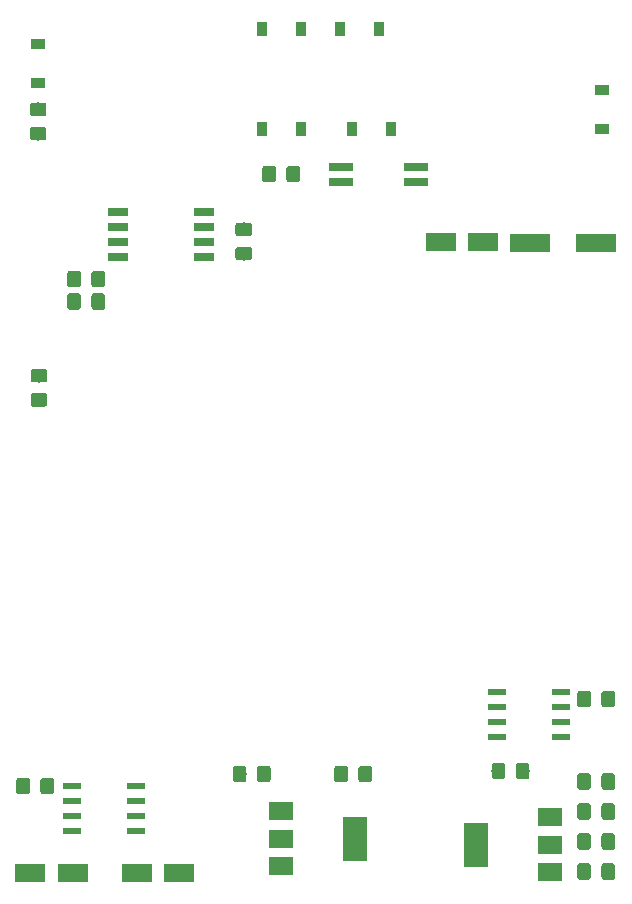
<source format=gbr>
G04 #@! TF.GenerationSoftware,KiCad,Pcbnew,(5.0.0-3-g5ebb6b6)*
G04 #@! TF.CreationDate,2018-12-28T22:49:47+00:00*
G04 #@! TF.ProjectId,Atomizer,41746F6D697A65722E6B696361645F70,rev?*
G04 #@! TF.SameCoordinates,Original*
G04 #@! TF.FileFunction,Paste,Top*
G04 #@! TF.FilePolarity,Positive*
%FSLAX46Y46*%
G04 Gerber Fmt 4.6, Leading zero omitted, Abs format (unit mm)*
G04 Created by KiCad (PCBNEW (5.0.0-3-g5ebb6b6)) date Friday, 28 December 2018 at 22:49:47*
%MOMM*%
%LPD*%
G01*
G04 APERTURE LIST*
%ADD10R,1.700000X0.650000*%
%ADD11R,2.000000X1.500000*%
%ADD12R,2.000000X3.800000*%
%ADD13C,0.100000*%
%ADD14C,1.150000*%
%ADD15R,1.550000X0.600000*%
%ADD16R,2.600000X1.600000*%
%ADD17R,2.000000X0.640000*%
%ADD18R,3.500000X1.600000*%
%ADD19R,0.900000X1.200000*%
%ADD20R,1.200000X0.900000*%
G04 APERTURE END LIST*
D10*
G04 #@! TO.C,U_CLK1*
X70960000Y-92075000D03*
X70960000Y-90805000D03*
X70960000Y-89535000D03*
X70960000Y-88265000D03*
X63660000Y-88265000D03*
X63660000Y-89535000D03*
X63660000Y-90805000D03*
X63660000Y-92075000D03*
G04 #@! TD*
D11*
G04 #@! TO.C,U_NREG1*
X100241500Y-144159000D03*
X100241500Y-139559000D03*
X100241500Y-141859000D03*
D12*
X93941500Y-141859000D03*
G04 #@! TD*
D13*
G04 #@! TO.C,C_BP1*
G36*
X62334505Y-95186204D02*
X62358773Y-95189804D01*
X62382572Y-95195765D01*
X62405671Y-95204030D01*
X62427850Y-95214520D01*
X62448893Y-95227132D01*
X62468599Y-95241747D01*
X62486777Y-95258223D01*
X62503253Y-95276401D01*
X62517868Y-95296107D01*
X62530480Y-95317150D01*
X62540970Y-95339329D01*
X62549235Y-95362428D01*
X62555196Y-95386227D01*
X62558796Y-95410495D01*
X62560000Y-95434999D01*
X62560000Y-96335001D01*
X62558796Y-96359505D01*
X62555196Y-96383773D01*
X62549235Y-96407572D01*
X62540970Y-96430671D01*
X62530480Y-96452850D01*
X62517868Y-96473893D01*
X62503253Y-96493599D01*
X62486777Y-96511777D01*
X62468599Y-96528253D01*
X62448893Y-96542868D01*
X62427850Y-96555480D01*
X62405671Y-96565970D01*
X62382572Y-96574235D01*
X62358773Y-96580196D01*
X62334505Y-96583796D01*
X62310001Y-96585000D01*
X61659999Y-96585000D01*
X61635495Y-96583796D01*
X61611227Y-96580196D01*
X61587428Y-96574235D01*
X61564329Y-96565970D01*
X61542150Y-96555480D01*
X61521107Y-96542868D01*
X61501401Y-96528253D01*
X61483223Y-96511777D01*
X61466747Y-96493599D01*
X61452132Y-96473893D01*
X61439520Y-96452850D01*
X61429030Y-96430671D01*
X61420765Y-96407572D01*
X61414804Y-96383773D01*
X61411204Y-96359505D01*
X61410000Y-96335001D01*
X61410000Y-95434999D01*
X61411204Y-95410495D01*
X61414804Y-95386227D01*
X61420765Y-95362428D01*
X61429030Y-95339329D01*
X61439520Y-95317150D01*
X61452132Y-95296107D01*
X61466747Y-95276401D01*
X61483223Y-95258223D01*
X61501401Y-95241747D01*
X61521107Y-95227132D01*
X61542150Y-95214520D01*
X61564329Y-95204030D01*
X61587428Y-95195765D01*
X61611227Y-95189804D01*
X61635495Y-95186204D01*
X61659999Y-95185000D01*
X62310001Y-95185000D01*
X62334505Y-95186204D01*
X62334505Y-95186204D01*
G37*
D14*
X61985000Y-95885000D03*
D13*
G36*
X60284505Y-95186204D02*
X60308773Y-95189804D01*
X60332572Y-95195765D01*
X60355671Y-95204030D01*
X60377850Y-95214520D01*
X60398893Y-95227132D01*
X60418599Y-95241747D01*
X60436777Y-95258223D01*
X60453253Y-95276401D01*
X60467868Y-95296107D01*
X60480480Y-95317150D01*
X60490970Y-95339329D01*
X60499235Y-95362428D01*
X60505196Y-95386227D01*
X60508796Y-95410495D01*
X60510000Y-95434999D01*
X60510000Y-96335001D01*
X60508796Y-96359505D01*
X60505196Y-96383773D01*
X60499235Y-96407572D01*
X60490970Y-96430671D01*
X60480480Y-96452850D01*
X60467868Y-96473893D01*
X60453253Y-96493599D01*
X60436777Y-96511777D01*
X60418599Y-96528253D01*
X60398893Y-96542868D01*
X60377850Y-96555480D01*
X60355671Y-96565970D01*
X60332572Y-96574235D01*
X60308773Y-96580196D01*
X60284505Y-96583796D01*
X60260001Y-96585000D01*
X59609999Y-96585000D01*
X59585495Y-96583796D01*
X59561227Y-96580196D01*
X59537428Y-96574235D01*
X59514329Y-96565970D01*
X59492150Y-96555480D01*
X59471107Y-96542868D01*
X59451401Y-96528253D01*
X59433223Y-96511777D01*
X59416747Y-96493599D01*
X59402132Y-96473893D01*
X59389520Y-96452850D01*
X59379030Y-96430671D01*
X59370765Y-96407572D01*
X59364804Y-96383773D01*
X59361204Y-96359505D01*
X59360000Y-96335001D01*
X59360000Y-95434999D01*
X59361204Y-95410495D01*
X59364804Y-95386227D01*
X59370765Y-95362428D01*
X59379030Y-95339329D01*
X59389520Y-95317150D01*
X59402132Y-95296107D01*
X59416747Y-95276401D01*
X59433223Y-95258223D01*
X59451401Y-95241747D01*
X59471107Y-95227132D01*
X59492150Y-95214520D01*
X59514329Y-95204030D01*
X59537428Y-95195765D01*
X59561227Y-95189804D01*
X59585495Y-95186204D01*
X59609999Y-95185000D01*
X60260001Y-95185000D01*
X60284505Y-95186204D01*
X60284505Y-95186204D01*
G37*
D14*
X59935000Y-95885000D03*
G04 #@! TD*
D13*
G04 #@! TO.C,C_BP3*
G36*
X96216505Y-134937204D02*
X96240773Y-134940804D01*
X96264572Y-134946765D01*
X96287671Y-134955030D01*
X96309850Y-134965520D01*
X96330893Y-134978132D01*
X96350599Y-134992747D01*
X96368777Y-135009223D01*
X96385253Y-135027401D01*
X96399868Y-135047107D01*
X96412480Y-135068150D01*
X96422970Y-135090329D01*
X96431235Y-135113428D01*
X96437196Y-135137227D01*
X96440796Y-135161495D01*
X96442000Y-135185999D01*
X96442000Y-136086001D01*
X96440796Y-136110505D01*
X96437196Y-136134773D01*
X96431235Y-136158572D01*
X96422970Y-136181671D01*
X96412480Y-136203850D01*
X96399868Y-136224893D01*
X96385253Y-136244599D01*
X96368777Y-136262777D01*
X96350599Y-136279253D01*
X96330893Y-136293868D01*
X96309850Y-136306480D01*
X96287671Y-136316970D01*
X96264572Y-136325235D01*
X96240773Y-136331196D01*
X96216505Y-136334796D01*
X96192001Y-136336000D01*
X95541999Y-136336000D01*
X95517495Y-136334796D01*
X95493227Y-136331196D01*
X95469428Y-136325235D01*
X95446329Y-136316970D01*
X95424150Y-136306480D01*
X95403107Y-136293868D01*
X95383401Y-136279253D01*
X95365223Y-136262777D01*
X95348747Y-136244599D01*
X95334132Y-136224893D01*
X95321520Y-136203850D01*
X95311030Y-136181671D01*
X95302765Y-136158572D01*
X95296804Y-136134773D01*
X95293204Y-136110505D01*
X95292000Y-136086001D01*
X95292000Y-135185999D01*
X95293204Y-135161495D01*
X95296804Y-135137227D01*
X95302765Y-135113428D01*
X95311030Y-135090329D01*
X95321520Y-135068150D01*
X95334132Y-135047107D01*
X95348747Y-135027401D01*
X95365223Y-135009223D01*
X95383401Y-134992747D01*
X95403107Y-134978132D01*
X95424150Y-134965520D01*
X95446329Y-134955030D01*
X95469428Y-134946765D01*
X95493227Y-134940804D01*
X95517495Y-134937204D01*
X95541999Y-134936000D01*
X96192001Y-134936000D01*
X96216505Y-134937204D01*
X96216505Y-134937204D01*
G37*
D14*
X95867000Y-135636000D03*
D13*
G36*
X98266505Y-134937204D02*
X98290773Y-134940804D01*
X98314572Y-134946765D01*
X98337671Y-134955030D01*
X98359850Y-134965520D01*
X98380893Y-134978132D01*
X98400599Y-134992747D01*
X98418777Y-135009223D01*
X98435253Y-135027401D01*
X98449868Y-135047107D01*
X98462480Y-135068150D01*
X98472970Y-135090329D01*
X98481235Y-135113428D01*
X98487196Y-135137227D01*
X98490796Y-135161495D01*
X98492000Y-135185999D01*
X98492000Y-136086001D01*
X98490796Y-136110505D01*
X98487196Y-136134773D01*
X98481235Y-136158572D01*
X98472970Y-136181671D01*
X98462480Y-136203850D01*
X98449868Y-136224893D01*
X98435253Y-136244599D01*
X98418777Y-136262777D01*
X98400599Y-136279253D01*
X98380893Y-136293868D01*
X98359850Y-136306480D01*
X98337671Y-136316970D01*
X98314572Y-136325235D01*
X98290773Y-136331196D01*
X98266505Y-136334796D01*
X98242001Y-136336000D01*
X97591999Y-136336000D01*
X97567495Y-136334796D01*
X97543227Y-136331196D01*
X97519428Y-136325235D01*
X97496329Y-136316970D01*
X97474150Y-136306480D01*
X97453107Y-136293868D01*
X97433401Y-136279253D01*
X97415223Y-136262777D01*
X97398747Y-136244599D01*
X97384132Y-136224893D01*
X97371520Y-136203850D01*
X97361030Y-136181671D01*
X97352765Y-136158572D01*
X97346804Y-136134773D01*
X97343204Y-136110505D01*
X97342000Y-136086001D01*
X97342000Y-135185999D01*
X97343204Y-135161495D01*
X97346804Y-135137227D01*
X97352765Y-135113428D01*
X97361030Y-135090329D01*
X97371520Y-135068150D01*
X97384132Y-135047107D01*
X97398747Y-135027401D01*
X97415223Y-135009223D01*
X97433401Y-134992747D01*
X97453107Y-134978132D01*
X97474150Y-134965520D01*
X97496329Y-134955030D01*
X97519428Y-134946765D01*
X97543227Y-134940804D01*
X97567495Y-134937204D01*
X97591999Y-134936000D01*
X98242001Y-134936000D01*
X98266505Y-134937204D01*
X98266505Y-134937204D01*
G37*
D14*
X97917000Y-135636000D03*
G04 #@! TD*
D13*
G04 #@! TO.C,C_BP4*
G36*
X105514505Y-135826204D02*
X105538773Y-135829804D01*
X105562572Y-135835765D01*
X105585671Y-135844030D01*
X105607850Y-135854520D01*
X105628893Y-135867132D01*
X105648599Y-135881747D01*
X105666777Y-135898223D01*
X105683253Y-135916401D01*
X105697868Y-135936107D01*
X105710480Y-135957150D01*
X105720970Y-135979329D01*
X105729235Y-136002428D01*
X105735196Y-136026227D01*
X105738796Y-136050495D01*
X105740000Y-136074999D01*
X105740000Y-136975001D01*
X105738796Y-136999505D01*
X105735196Y-137023773D01*
X105729235Y-137047572D01*
X105720970Y-137070671D01*
X105710480Y-137092850D01*
X105697868Y-137113893D01*
X105683253Y-137133599D01*
X105666777Y-137151777D01*
X105648599Y-137168253D01*
X105628893Y-137182868D01*
X105607850Y-137195480D01*
X105585671Y-137205970D01*
X105562572Y-137214235D01*
X105538773Y-137220196D01*
X105514505Y-137223796D01*
X105490001Y-137225000D01*
X104839999Y-137225000D01*
X104815495Y-137223796D01*
X104791227Y-137220196D01*
X104767428Y-137214235D01*
X104744329Y-137205970D01*
X104722150Y-137195480D01*
X104701107Y-137182868D01*
X104681401Y-137168253D01*
X104663223Y-137151777D01*
X104646747Y-137133599D01*
X104632132Y-137113893D01*
X104619520Y-137092850D01*
X104609030Y-137070671D01*
X104600765Y-137047572D01*
X104594804Y-137023773D01*
X104591204Y-136999505D01*
X104590000Y-136975001D01*
X104590000Y-136074999D01*
X104591204Y-136050495D01*
X104594804Y-136026227D01*
X104600765Y-136002428D01*
X104609030Y-135979329D01*
X104619520Y-135957150D01*
X104632132Y-135936107D01*
X104646747Y-135916401D01*
X104663223Y-135898223D01*
X104681401Y-135881747D01*
X104701107Y-135867132D01*
X104722150Y-135854520D01*
X104744329Y-135844030D01*
X104767428Y-135835765D01*
X104791227Y-135829804D01*
X104815495Y-135826204D01*
X104839999Y-135825000D01*
X105490001Y-135825000D01*
X105514505Y-135826204D01*
X105514505Y-135826204D01*
G37*
D14*
X105165000Y-136525000D03*
D13*
G36*
X103464505Y-135826204D02*
X103488773Y-135829804D01*
X103512572Y-135835765D01*
X103535671Y-135844030D01*
X103557850Y-135854520D01*
X103578893Y-135867132D01*
X103598599Y-135881747D01*
X103616777Y-135898223D01*
X103633253Y-135916401D01*
X103647868Y-135936107D01*
X103660480Y-135957150D01*
X103670970Y-135979329D01*
X103679235Y-136002428D01*
X103685196Y-136026227D01*
X103688796Y-136050495D01*
X103690000Y-136074999D01*
X103690000Y-136975001D01*
X103688796Y-136999505D01*
X103685196Y-137023773D01*
X103679235Y-137047572D01*
X103670970Y-137070671D01*
X103660480Y-137092850D01*
X103647868Y-137113893D01*
X103633253Y-137133599D01*
X103616777Y-137151777D01*
X103598599Y-137168253D01*
X103578893Y-137182868D01*
X103557850Y-137195480D01*
X103535671Y-137205970D01*
X103512572Y-137214235D01*
X103488773Y-137220196D01*
X103464505Y-137223796D01*
X103440001Y-137225000D01*
X102789999Y-137225000D01*
X102765495Y-137223796D01*
X102741227Y-137220196D01*
X102717428Y-137214235D01*
X102694329Y-137205970D01*
X102672150Y-137195480D01*
X102651107Y-137182868D01*
X102631401Y-137168253D01*
X102613223Y-137151777D01*
X102596747Y-137133599D01*
X102582132Y-137113893D01*
X102569520Y-137092850D01*
X102559030Y-137070671D01*
X102550765Y-137047572D01*
X102544804Y-137023773D01*
X102541204Y-136999505D01*
X102540000Y-136975001D01*
X102540000Y-136074999D01*
X102541204Y-136050495D01*
X102544804Y-136026227D01*
X102550765Y-136002428D01*
X102559030Y-135979329D01*
X102569520Y-135957150D01*
X102582132Y-135936107D01*
X102596747Y-135916401D01*
X102613223Y-135898223D01*
X102631401Y-135881747D01*
X102651107Y-135867132D01*
X102672150Y-135854520D01*
X102694329Y-135844030D01*
X102717428Y-135835765D01*
X102741227Y-135829804D01*
X102765495Y-135826204D01*
X102789999Y-135825000D01*
X103440001Y-135825000D01*
X103464505Y-135826204D01*
X103464505Y-135826204D01*
G37*
D14*
X103115000Y-136525000D03*
G04 #@! TD*
D13*
G04 #@! TO.C,C_BP5*
G36*
X55966505Y-136207204D02*
X55990773Y-136210804D01*
X56014572Y-136216765D01*
X56037671Y-136225030D01*
X56059850Y-136235520D01*
X56080893Y-136248132D01*
X56100599Y-136262747D01*
X56118777Y-136279223D01*
X56135253Y-136297401D01*
X56149868Y-136317107D01*
X56162480Y-136338150D01*
X56172970Y-136360329D01*
X56181235Y-136383428D01*
X56187196Y-136407227D01*
X56190796Y-136431495D01*
X56192000Y-136455999D01*
X56192000Y-137356001D01*
X56190796Y-137380505D01*
X56187196Y-137404773D01*
X56181235Y-137428572D01*
X56172970Y-137451671D01*
X56162480Y-137473850D01*
X56149868Y-137494893D01*
X56135253Y-137514599D01*
X56118777Y-137532777D01*
X56100599Y-137549253D01*
X56080893Y-137563868D01*
X56059850Y-137576480D01*
X56037671Y-137586970D01*
X56014572Y-137595235D01*
X55990773Y-137601196D01*
X55966505Y-137604796D01*
X55942001Y-137606000D01*
X55291999Y-137606000D01*
X55267495Y-137604796D01*
X55243227Y-137601196D01*
X55219428Y-137595235D01*
X55196329Y-137586970D01*
X55174150Y-137576480D01*
X55153107Y-137563868D01*
X55133401Y-137549253D01*
X55115223Y-137532777D01*
X55098747Y-137514599D01*
X55084132Y-137494893D01*
X55071520Y-137473850D01*
X55061030Y-137451671D01*
X55052765Y-137428572D01*
X55046804Y-137404773D01*
X55043204Y-137380505D01*
X55042000Y-137356001D01*
X55042000Y-136455999D01*
X55043204Y-136431495D01*
X55046804Y-136407227D01*
X55052765Y-136383428D01*
X55061030Y-136360329D01*
X55071520Y-136338150D01*
X55084132Y-136317107D01*
X55098747Y-136297401D01*
X55115223Y-136279223D01*
X55133401Y-136262747D01*
X55153107Y-136248132D01*
X55174150Y-136235520D01*
X55196329Y-136225030D01*
X55219428Y-136216765D01*
X55243227Y-136210804D01*
X55267495Y-136207204D01*
X55291999Y-136206000D01*
X55942001Y-136206000D01*
X55966505Y-136207204D01*
X55966505Y-136207204D01*
G37*
D14*
X55617000Y-136906000D03*
D13*
G36*
X58016505Y-136207204D02*
X58040773Y-136210804D01*
X58064572Y-136216765D01*
X58087671Y-136225030D01*
X58109850Y-136235520D01*
X58130893Y-136248132D01*
X58150599Y-136262747D01*
X58168777Y-136279223D01*
X58185253Y-136297401D01*
X58199868Y-136317107D01*
X58212480Y-136338150D01*
X58222970Y-136360329D01*
X58231235Y-136383428D01*
X58237196Y-136407227D01*
X58240796Y-136431495D01*
X58242000Y-136455999D01*
X58242000Y-137356001D01*
X58240796Y-137380505D01*
X58237196Y-137404773D01*
X58231235Y-137428572D01*
X58222970Y-137451671D01*
X58212480Y-137473850D01*
X58199868Y-137494893D01*
X58185253Y-137514599D01*
X58168777Y-137532777D01*
X58150599Y-137549253D01*
X58130893Y-137563868D01*
X58109850Y-137576480D01*
X58087671Y-137586970D01*
X58064572Y-137595235D01*
X58040773Y-137601196D01*
X58016505Y-137604796D01*
X57992001Y-137606000D01*
X57341999Y-137606000D01*
X57317495Y-137604796D01*
X57293227Y-137601196D01*
X57269428Y-137595235D01*
X57246329Y-137586970D01*
X57224150Y-137576480D01*
X57203107Y-137563868D01*
X57183401Y-137549253D01*
X57165223Y-137532777D01*
X57148747Y-137514599D01*
X57134132Y-137494893D01*
X57121520Y-137473850D01*
X57111030Y-137451671D01*
X57102765Y-137428572D01*
X57096804Y-137404773D01*
X57093204Y-137380505D01*
X57092000Y-137356001D01*
X57092000Y-136455999D01*
X57093204Y-136431495D01*
X57096804Y-136407227D01*
X57102765Y-136383428D01*
X57111030Y-136360329D01*
X57121520Y-136338150D01*
X57134132Y-136317107D01*
X57148747Y-136297401D01*
X57165223Y-136279223D01*
X57183401Y-136262747D01*
X57203107Y-136248132D01*
X57224150Y-136235520D01*
X57246329Y-136225030D01*
X57269428Y-136216765D01*
X57293227Y-136210804D01*
X57317495Y-136207204D01*
X57341999Y-136206000D01*
X57992001Y-136206000D01*
X58016505Y-136207204D01*
X58016505Y-136207204D01*
G37*
D14*
X57667000Y-136906000D03*
G04 #@! TD*
D13*
G04 #@! TO.C,R1*
G36*
X74305305Y-135191204D02*
X74329573Y-135194804D01*
X74353372Y-135200765D01*
X74376471Y-135209030D01*
X74398650Y-135219520D01*
X74419693Y-135232132D01*
X74439399Y-135246747D01*
X74457577Y-135263223D01*
X74474053Y-135281401D01*
X74488668Y-135301107D01*
X74501280Y-135322150D01*
X74511770Y-135344329D01*
X74520035Y-135367428D01*
X74525996Y-135391227D01*
X74529596Y-135415495D01*
X74530800Y-135439999D01*
X74530800Y-136340001D01*
X74529596Y-136364505D01*
X74525996Y-136388773D01*
X74520035Y-136412572D01*
X74511770Y-136435671D01*
X74501280Y-136457850D01*
X74488668Y-136478893D01*
X74474053Y-136498599D01*
X74457577Y-136516777D01*
X74439399Y-136533253D01*
X74419693Y-136547868D01*
X74398650Y-136560480D01*
X74376471Y-136570970D01*
X74353372Y-136579235D01*
X74329573Y-136585196D01*
X74305305Y-136588796D01*
X74280801Y-136590000D01*
X73630799Y-136590000D01*
X73606295Y-136588796D01*
X73582027Y-136585196D01*
X73558228Y-136579235D01*
X73535129Y-136570970D01*
X73512950Y-136560480D01*
X73491907Y-136547868D01*
X73472201Y-136533253D01*
X73454023Y-136516777D01*
X73437547Y-136498599D01*
X73422932Y-136478893D01*
X73410320Y-136457850D01*
X73399830Y-136435671D01*
X73391565Y-136412572D01*
X73385604Y-136388773D01*
X73382004Y-136364505D01*
X73380800Y-136340001D01*
X73380800Y-135439999D01*
X73382004Y-135415495D01*
X73385604Y-135391227D01*
X73391565Y-135367428D01*
X73399830Y-135344329D01*
X73410320Y-135322150D01*
X73422932Y-135301107D01*
X73437547Y-135281401D01*
X73454023Y-135263223D01*
X73472201Y-135246747D01*
X73491907Y-135232132D01*
X73512950Y-135219520D01*
X73535129Y-135209030D01*
X73558228Y-135200765D01*
X73582027Y-135194804D01*
X73606295Y-135191204D01*
X73630799Y-135190000D01*
X74280801Y-135190000D01*
X74305305Y-135191204D01*
X74305305Y-135191204D01*
G37*
D14*
X73955800Y-135890000D03*
D13*
G36*
X76355305Y-135191204D02*
X76379573Y-135194804D01*
X76403372Y-135200765D01*
X76426471Y-135209030D01*
X76448650Y-135219520D01*
X76469693Y-135232132D01*
X76489399Y-135246747D01*
X76507577Y-135263223D01*
X76524053Y-135281401D01*
X76538668Y-135301107D01*
X76551280Y-135322150D01*
X76561770Y-135344329D01*
X76570035Y-135367428D01*
X76575996Y-135391227D01*
X76579596Y-135415495D01*
X76580800Y-135439999D01*
X76580800Y-136340001D01*
X76579596Y-136364505D01*
X76575996Y-136388773D01*
X76570035Y-136412572D01*
X76561770Y-136435671D01*
X76551280Y-136457850D01*
X76538668Y-136478893D01*
X76524053Y-136498599D01*
X76507577Y-136516777D01*
X76489399Y-136533253D01*
X76469693Y-136547868D01*
X76448650Y-136560480D01*
X76426471Y-136570970D01*
X76403372Y-136579235D01*
X76379573Y-136585196D01*
X76355305Y-136588796D01*
X76330801Y-136590000D01*
X75680799Y-136590000D01*
X75656295Y-136588796D01*
X75632027Y-136585196D01*
X75608228Y-136579235D01*
X75585129Y-136570970D01*
X75562950Y-136560480D01*
X75541907Y-136547868D01*
X75522201Y-136533253D01*
X75504023Y-136516777D01*
X75487547Y-136498599D01*
X75472932Y-136478893D01*
X75460320Y-136457850D01*
X75449830Y-136435671D01*
X75441565Y-136412572D01*
X75435604Y-136388773D01*
X75432004Y-136364505D01*
X75430800Y-136340001D01*
X75430800Y-135439999D01*
X75432004Y-135415495D01*
X75435604Y-135391227D01*
X75441565Y-135367428D01*
X75449830Y-135344329D01*
X75460320Y-135322150D01*
X75472932Y-135301107D01*
X75487547Y-135281401D01*
X75504023Y-135263223D01*
X75522201Y-135246747D01*
X75541907Y-135232132D01*
X75562950Y-135219520D01*
X75585129Y-135209030D01*
X75608228Y-135200765D01*
X75632027Y-135194804D01*
X75656295Y-135191204D01*
X75680799Y-135190000D01*
X76330801Y-135190000D01*
X76355305Y-135191204D01*
X76355305Y-135191204D01*
G37*
D14*
X76005800Y-135890000D03*
G04 #@! TD*
D13*
G04 #@! TO.C,R2*
G36*
X84940505Y-135191204D02*
X84964773Y-135194804D01*
X84988572Y-135200765D01*
X85011671Y-135209030D01*
X85033850Y-135219520D01*
X85054893Y-135232132D01*
X85074599Y-135246747D01*
X85092777Y-135263223D01*
X85109253Y-135281401D01*
X85123868Y-135301107D01*
X85136480Y-135322150D01*
X85146970Y-135344329D01*
X85155235Y-135367428D01*
X85161196Y-135391227D01*
X85164796Y-135415495D01*
X85166000Y-135439999D01*
X85166000Y-136340001D01*
X85164796Y-136364505D01*
X85161196Y-136388773D01*
X85155235Y-136412572D01*
X85146970Y-136435671D01*
X85136480Y-136457850D01*
X85123868Y-136478893D01*
X85109253Y-136498599D01*
X85092777Y-136516777D01*
X85074599Y-136533253D01*
X85054893Y-136547868D01*
X85033850Y-136560480D01*
X85011671Y-136570970D01*
X84988572Y-136579235D01*
X84964773Y-136585196D01*
X84940505Y-136588796D01*
X84916001Y-136590000D01*
X84265999Y-136590000D01*
X84241495Y-136588796D01*
X84217227Y-136585196D01*
X84193428Y-136579235D01*
X84170329Y-136570970D01*
X84148150Y-136560480D01*
X84127107Y-136547868D01*
X84107401Y-136533253D01*
X84089223Y-136516777D01*
X84072747Y-136498599D01*
X84058132Y-136478893D01*
X84045520Y-136457850D01*
X84035030Y-136435671D01*
X84026765Y-136412572D01*
X84020804Y-136388773D01*
X84017204Y-136364505D01*
X84016000Y-136340001D01*
X84016000Y-135439999D01*
X84017204Y-135415495D01*
X84020804Y-135391227D01*
X84026765Y-135367428D01*
X84035030Y-135344329D01*
X84045520Y-135322150D01*
X84058132Y-135301107D01*
X84072747Y-135281401D01*
X84089223Y-135263223D01*
X84107401Y-135246747D01*
X84127107Y-135232132D01*
X84148150Y-135219520D01*
X84170329Y-135209030D01*
X84193428Y-135200765D01*
X84217227Y-135194804D01*
X84241495Y-135191204D01*
X84265999Y-135190000D01*
X84916001Y-135190000D01*
X84940505Y-135191204D01*
X84940505Y-135191204D01*
G37*
D14*
X84591000Y-135890000D03*
D13*
G36*
X82890505Y-135191204D02*
X82914773Y-135194804D01*
X82938572Y-135200765D01*
X82961671Y-135209030D01*
X82983850Y-135219520D01*
X83004893Y-135232132D01*
X83024599Y-135246747D01*
X83042777Y-135263223D01*
X83059253Y-135281401D01*
X83073868Y-135301107D01*
X83086480Y-135322150D01*
X83096970Y-135344329D01*
X83105235Y-135367428D01*
X83111196Y-135391227D01*
X83114796Y-135415495D01*
X83116000Y-135439999D01*
X83116000Y-136340001D01*
X83114796Y-136364505D01*
X83111196Y-136388773D01*
X83105235Y-136412572D01*
X83096970Y-136435671D01*
X83086480Y-136457850D01*
X83073868Y-136478893D01*
X83059253Y-136498599D01*
X83042777Y-136516777D01*
X83024599Y-136533253D01*
X83004893Y-136547868D01*
X82983850Y-136560480D01*
X82961671Y-136570970D01*
X82938572Y-136579235D01*
X82914773Y-136585196D01*
X82890505Y-136588796D01*
X82866001Y-136590000D01*
X82215999Y-136590000D01*
X82191495Y-136588796D01*
X82167227Y-136585196D01*
X82143428Y-136579235D01*
X82120329Y-136570970D01*
X82098150Y-136560480D01*
X82077107Y-136547868D01*
X82057401Y-136533253D01*
X82039223Y-136516777D01*
X82022747Y-136498599D01*
X82008132Y-136478893D01*
X81995520Y-136457850D01*
X81985030Y-136435671D01*
X81976765Y-136412572D01*
X81970804Y-136388773D01*
X81967204Y-136364505D01*
X81966000Y-136340001D01*
X81966000Y-135439999D01*
X81967204Y-135415495D01*
X81970804Y-135391227D01*
X81976765Y-135367428D01*
X81985030Y-135344329D01*
X81995520Y-135322150D01*
X82008132Y-135301107D01*
X82022747Y-135281401D01*
X82039223Y-135263223D01*
X82057401Y-135246747D01*
X82077107Y-135232132D01*
X82098150Y-135219520D01*
X82120329Y-135209030D01*
X82143428Y-135200765D01*
X82167227Y-135194804D01*
X82191495Y-135191204D01*
X82215999Y-135190000D01*
X82866001Y-135190000D01*
X82890505Y-135191204D01*
X82890505Y-135191204D01*
G37*
D14*
X82541000Y-135890000D03*
G04 #@! TD*
D13*
G04 #@! TO.C,R3*
G36*
X103464505Y-143446204D02*
X103488773Y-143449804D01*
X103512572Y-143455765D01*
X103535671Y-143464030D01*
X103557850Y-143474520D01*
X103578893Y-143487132D01*
X103598599Y-143501747D01*
X103616777Y-143518223D01*
X103633253Y-143536401D01*
X103647868Y-143556107D01*
X103660480Y-143577150D01*
X103670970Y-143599329D01*
X103679235Y-143622428D01*
X103685196Y-143646227D01*
X103688796Y-143670495D01*
X103690000Y-143694999D01*
X103690000Y-144595001D01*
X103688796Y-144619505D01*
X103685196Y-144643773D01*
X103679235Y-144667572D01*
X103670970Y-144690671D01*
X103660480Y-144712850D01*
X103647868Y-144733893D01*
X103633253Y-144753599D01*
X103616777Y-144771777D01*
X103598599Y-144788253D01*
X103578893Y-144802868D01*
X103557850Y-144815480D01*
X103535671Y-144825970D01*
X103512572Y-144834235D01*
X103488773Y-144840196D01*
X103464505Y-144843796D01*
X103440001Y-144845000D01*
X102789999Y-144845000D01*
X102765495Y-144843796D01*
X102741227Y-144840196D01*
X102717428Y-144834235D01*
X102694329Y-144825970D01*
X102672150Y-144815480D01*
X102651107Y-144802868D01*
X102631401Y-144788253D01*
X102613223Y-144771777D01*
X102596747Y-144753599D01*
X102582132Y-144733893D01*
X102569520Y-144712850D01*
X102559030Y-144690671D01*
X102550765Y-144667572D01*
X102544804Y-144643773D01*
X102541204Y-144619505D01*
X102540000Y-144595001D01*
X102540000Y-143694999D01*
X102541204Y-143670495D01*
X102544804Y-143646227D01*
X102550765Y-143622428D01*
X102559030Y-143599329D01*
X102569520Y-143577150D01*
X102582132Y-143556107D01*
X102596747Y-143536401D01*
X102613223Y-143518223D01*
X102631401Y-143501747D01*
X102651107Y-143487132D01*
X102672150Y-143474520D01*
X102694329Y-143464030D01*
X102717428Y-143455765D01*
X102741227Y-143449804D01*
X102765495Y-143446204D01*
X102789999Y-143445000D01*
X103440001Y-143445000D01*
X103464505Y-143446204D01*
X103464505Y-143446204D01*
G37*
D14*
X103115000Y-144145000D03*
D13*
G36*
X105514505Y-143446204D02*
X105538773Y-143449804D01*
X105562572Y-143455765D01*
X105585671Y-143464030D01*
X105607850Y-143474520D01*
X105628893Y-143487132D01*
X105648599Y-143501747D01*
X105666777Y-143518223D01*
X105683253Y-143536401D01*
X105697868Y-143556107D01*
X105710480Y-143577150D01*
X105720970Y-143599329D01*
X105729235Y-143622428D01*
X105735196Y-143646227D01*
X105738796Y-143670495D01*
X105740000Y-143694999D01*
X105740000Y-144595001D01*
X105738796Y-144619505D01*
X105735196Y-144643773D01*
X105729235Y-144667572D01*
X105720970Y-144690671D01*
X105710480Y-144712850D01*
X105697868Y-144733893D01*
X105683253Y-144753599D01*
X105666777Y-144771777D01*
X105648599Y-144788253D01*
X105628893Y-144802868D01*
X105607850Y-144815480D01*
X105585671Y-144825970D01*
X105562572Y-144834235D01*
X105538773Y-144840196D01*
X105514505Y-144843796D01*
X105490001Y-144845000D01*
X104839999Y-144845000D01*
X104815495Y-144843796D01*
X104791227Y-144840196D01*
X104767428Y-144834235D01*
X104744329Y-144825970D01*
X104722150Y-144815480D01*
X104701107Y-144802868D01*
X104681401Y-144788253D01*
X104663223Y-144771777D01*
X104646747Y-144753599D01*
X104632132Y-144733893D01*
X104619520Y-144712850D01*
X104609030Y-144690671D01*
X104600765Y-144667572D01*
X104594804Y-144643773D01*
X104591204Y-144619505D01*
X104590000Y-144595001D01*
X104590000Y-143694999D01*
X104591204Y-143670495D01*
X104594804Y-143646227D01*
X104600765Y-143622428D01*
X104609030Y-143599329D01*
X104619520Y-143577150D01*
X104632132Y-143556107D01*
X104646747Y-143536401D01*
X104663223Y-143518223D01*
X104681401Y-143501747D01*
X104701107Y-143487132D01*
X104722150Y-143474520D01*
X104744329Y-143464030D01*
X104767428Y-143455765D01*
X104791227Y-143449804D01*
X104815495Y-143446204D01*
X104839999Y-143445000D01*
X105490001Y-143445000D01*
X105514505Y-143446204D01*
X105514505Y-143446204D01*
G37*
D14*
X105165000Y-144145000D03*
G04 #@! TD*
D13*
G04 #@! TO.C,R4*
G36*
X105514505Y-138366204D02*
X105538773Y-138369804D01*
X105562572Y-138375765D01*
X105585671Y-138384030D01*
X105607850Y-138394520D01*
X105628893Y-138407132D01*
X105648599Y-138421747D01*
X105666777Y-138438223D01*
X105683253Y-138456401D01*
X105697868Y-138476107D01*
X105710480Y-138497150D01*
X105720970Y-138519329D01*
X105729235Y-138542428D01*
X105735196Y-138566227D01*
X105738796Y-138590495D01*
X105740000Y-138614999D01*
X105740000Y-139515001D01*
X105738796Y-139539505D01*
X105735196Y-139563773D01*
X105729235Y-139587572D01*
X105720970Y-139610671D01*
X105710480Y-139632850D01*
X105697868Y-139653893D01*
X105683253Y-139673599D01*
X105666777Y-139691777D01*
X105648599Y-139708253D01*
X105628893Y-139722868D01*
X105607850Y-139735480D01*
X105585671Y-139745970D01*
X105562572Y-139754235D01*
X105538773Y-139760196D01*
X105514505Y-139763796D01*
X105490001Y-139765000D01*
X104839999Y-139765000D01*
X104815495Y-139763796D01*
X104791227Y-139760196D01*
X104767428Y-139754235D01*
X104744329Y-139745970D01*
X104722150Y-139735480D01*
X104701107Y-139722868D01*
X104681401Y-139708253D01*
X104663223Y-139691777D01*
X104646747Y-139673599D01*
X104632132Y-139653893D01*
X104619520Y-139632850D01*
X104609030Y-139610671D01*
X104600765Y-139587572D01*
X104594804Y-139563773D01*
X104591204Y-139539505D01*
X104590000Y-139515001D01*
X104590000Y-138614999D01*
X104591204Y-138590495D01*
X104594804Y-138566227D01*
X104600765Y-138542428D01*
X104609030Y-138519329D01*
X104619520Y-138497150D01*
X104632132Y-138476107D01*
X104646747Y-138456401D01*
X104663223Y-138438223D01*
X104681401Y-138421747D01*
X104701107Y-138407132D01*
X104722150Y-138394520D01*
X104744329Y-138384030D01*
X104767428Y-138375765D01*
X104791227Y-138369804D01*
X104815495Y-138366204D01*
X104839999Y-138365000D01*
X105490001Y-138365000D01*
X105514505Y-138366204D01*
X105514505Y-138366204D01*
G37*
D14*
X105165000Y-139065000D03*
D13*
G36*
X103464505Y-138366204D02*
X103488773Y-138369804D01*
X103512572Y-138375765D01*
X103535671Y-138384030D01*
X103557850Y-138394520D01*
X103578893Y-138407132D01*
X103598599Y-138421747D01*
X103616777Y-138438223D01*
X103633253Y-138456401D01*
X103647868Y-138476107D01*
X103660480Y-138497150D01*
X103670970Y-138519329D01*
X103679235Y-138542428D01*
X103685196Y-138566227D01*
X103688796Y-138590495D01*
X103690000Y-138614999D01*
X103690000Y-139515001D01*
X103688796Y-139539505D01*
X103685196Y-139563773D01*
X103679235Y-139587572D01*
X103670970Y-139610671D01*
X103660480Y-139632850D01*
X103647868Y-139653893D01*
X103633253Y-139673599D01*
X103616777Y-139691777D01*
X103598599Y-139708253D01*
X103578893Y-139722868D01*
X103557850Y-139735480D01*
X103535671Y-139745970D01*
X103512572Y-139754235D01*
X103488773Y-139760196D01*
X103464505Y-139763796D01*
X103440001Y-139765000D01*
X102789999Y-139765000D01*
X102765495Y-139763796D01*
X102741227Y-139760196D01*
X102717428Y-139754235D01*
X102694329Y-139745970D01*
X102672150Y-139735480D01*
X102651107Y-139722868D01*
X102631401Y-139708253D01*
X102613223Y-139691777D01*
X102596747Y-139673599D01*
X102582132Y-139653893D01*
X102569520Y-139632850D01*
X102559030Y-139610671D01*
X102550765Y-139587572D01*
X102544804Y-139563773D01*
X102541204Y-139539505D01*
X102540000Y-139515001D01*
X102540000Y-138614999D01*
X102541204Y-138590495D01*
X102544804Y-138566227D01*
X102550765Y-138542428D01*
X102559030Y-138519329D01*
X102569520Y-138497150D01*
X102582132Y-138476107D01*
X102596747Y-138456401D01*
X102613223Y-138438223D01*
X102631401Y-138421747D01*
X102651107Y-138407132D01*
X102672150Y-138394520D01*
X102694329Y-138384030D01*
X102717428Y-138375765D01*
X102741227Y-138369804D01*
X102765495Y-138366204D01*
X102789999Y-138365000D01*
X103440001Y-138365000D01*
X103464505Y-138366204D01*
X103464505Y-138366204D01*
G37*
D14*
X103115000Y-139065000D03*
G04 #@! TD*
D13*
G04 #@! TO.C,R5*
G36*
X103464505Y-140906204D02*
X103488773Y-140909804D01*
X103512572Y-140915765D01*
X103535671Y-140924030D01*
X103557850Y-140934520D01*
X103578893Y-140947132D01*
X103598599Y-140961747D01*
X103616777Y-140978223D01*
X103633253Y-140996401D01*
X103647868Y-141016107D01*
X103660480Y-141037150D01*
X103670970Y-141059329D01*
X103679235Y-141082428D01*
X103685196Y-141106227D01*
X103688796Y-141130495D01*
X103690000Y-141154999D01*
X103690000Y-142055001D01*
X103688796Y-142079505D01*
X103685196Y-142103773D01*
X103679235Y-142127572D01*
X103670970Y-142150671D01*
X103660480Y-142172850D01*
X103647868Y-142193893D01*
X103633253Y-142213599D01*
X103616777Y-142231777D01*
X103598599Y-142248253D01*
X103578893Y-142262868D01*
X103557850Y-142275480D01*
X103535671Y-142285970D01*
X103512572Y-142294235D01*
X103488773Y-142300196D01*
X103464505Y-142303796D01*
X103440001Y-142305000D01*
X102789999Y-142305000D01*
X102765495Y-142303796D01*
X102741227Y-142300196D01*
X102717428Y-142294235D01*
X102694329Y-142285970D01*
X102672150Y-142275480D01*
X102651107Y-142262868D01*
X102631401Y-142248253D01*
X102613223Y-142231777D01*
X102596747Y-142213599D01*
X102582132Y-142193893D01*
X102569520Y-142172850D01*
X102559030Y-142150671D01*
X102550765Y-142127572D01*
X102544804Y-142103773D01*
X102541204Y-142079505D01*
X102540000Y-142055001D01*
X102540000Y-141154999D01*
X102541204Y-141130495D01*
X102544804Y-141106227D01*
X102550765Y-141082428D01*
X102559030Y-141059329D01*
X102569520Y-141037150D01*
X102582132Y-141016107D01*
X102596747Y-140996401D01*
X102613223Y-140978223D01*
X102631401Y-140961747D01*
X102651107Y-140947132D01*
X102672150Y-140934520D01*
X102694329Y-140924030D01*
X102717428Y-140915765D01*
X102741227Y-140909804D01*
X102765495Y-140906204D01*
X102789999Y-140905000D01*
X103440001Y-140905000D01*
X103464505Y-140906204D01*
X103464505Y-140906204D01*
G37*
D14*
X103115000Y-141605000D03*
D13*
G36*
X105514505Y-140906204D02*
X105538773Y-140909804D01*
X105562572Y-140915765D01*
X105585671Y-140924030D01*
X105607850Y-140934520D01*
X105628893Y-140947132D01*
X105648599Y-140961747D01*
X105666777Y-140978223D01*
X105683253Y-140996401D01*
X105697868Y-141016107D01*
X105710480Y-141037150D01*
X105720970Y-141059329D01*
X105729235Y-141082428D01*
X105735196Y-141106227D01*
X105738796Y-141130495D01*
X105740000Y-141154999D01*
X105740000Y-142055001D01*
X105738796Y-142079505D01*
X105735196Y-142103773D01*
X105729235Y-142127572D01*
X105720970Y-142150671D01*
X105710480Y-142172850D01*
X105697868Y-142193893D01*
X105683253Y-142213599D01*
X105666777Y-142231777D01*
X105648599Y-142248253D01*
X105628893Y-142262868D01*
X105607850Y-142275480D01*
X105585671Y-142285970D01*
X105562572Y-142294235D01*
X105538773Y-142300196D01*
X105514505Y-142303796D01*
X105490001Y-142305000D01*
X104839999Y-142305000D01*
X104815495Y-142303796D01*
X104791227Y-142300196D01*
X104767428Y-142294235D01*
X104744329Y-142285970D01*
X104722150Y-142275480D01*
X104701107Y-142262868D01*
X104681401Y-142248253D01*
X104663223Y-142231777D01*
X104646747Y-142213599D01*
X104632132Y-142193893D01*
X104619520Y-142172850D01*
X104609030Y-142150671D01*
X104600765Y-142127572D01*
X104594804Y-142103773D01*
X104591204Y-142079505D01*
X104590000Y-142055001D01*
X104590000Y-141154999D01*
X104591204Y-141130495D01*
X104594804Y-141106227D01*
X104600765Y-141082428D01*
X104609030Y-141059329D01*
X104619520Y-141037150D01*
X104632132Y-141016107D01*
X104646747Y-140996401D01*
X104663223Y-140978223D01*
X104681401Y-140961747D01*
X104701107Y-140947132D01*
X104722150Y-140934520D01*
X104744329Y-140924030D01*
X104767428Y-140915765D01*
X104791227Y-140909804D01*
X104815495Y-140906204D01*
X104839999Y-140905000D01*
X105490001Y-140905000D01*
X105514505Y-140906204D01*
X105514505Y-140906204D01*
G37*
D14*
X105165000Y-141605000D03*
G04 #@! TD*
D15*
G04 #@! TO.C,U_BUF1*
X95725000Y-132715000D03*
X95725000Y-131445000D03*
X95725000Y-130175000D03*
X95725000Y-128905000D03*
X101125000Y-128905000D03*
X101125000Y-130175000D03*
X101125000Y-131445000D03*
X101125000Y-132715000D03*
G04 #@! TD*
D12*
G04 #@! TO.C,U_PREG1*
X83731500Y-141351000D03*
D11*
X77431500Y-141351000D03*
X77431500Y-143651000D03*
X77431500Y-139051000D03*
G04 #@! TD*
D16*
G04 #@! TO.C,CP_INV1*
X59839000Y-144272000D03*
X56239000Y-144272000D03*
G04 #@! TD*
G04 #@! TO.C,CP_INV2*
X68856000Y-144272000D03*
X65256000Y-144272000D03*
G04 #@! TD*
D13*
G04 #@! TO.C,R_OSCOFF1*
G36*
X57434005Y-103638704D02*
X57458273Y-103642304D01*
X57482072Y-103648265D01*
X57505171Y-103656530D01*
X57527350Y-103667020D01*
X57548393Y-103679632D01*
X57568099Y-103694247D01*
X57586277Y-103710723D01*
X57602753Y-103728901D01*
X57617368Y-103748607D01*
X57629980Y-103769650D01*
X57640470Y-103791829D01*
X57648735Y-103814928D01*
X57654696Y-103838727D01*
X57658296Y-103862995D01*
X57659500Y-103887499D01*
X57659500Y-104537501D01*
X57658296Y-104562005D01*
X57654696Y-104586273D01*
X57648735Y-104610072D01*
X57640470Y-104633171D01*
X57629980Y-104655350D01*
X57617368Y-104676393D01*
X57602753Y-104696099D01*
X57586277Y-104714277D01*
X57568099Y-104730753D01*
X57548393Y-104745368D01*
X57527350Y-104757980D01*
X57505171Y-104768470D01*
X57482072Y-104776735D01*
X57458273Y-104782696D01*
X57434005Y-104786296D01*
X57409501Y-104787500D01*
X56509499Y-104787500D01*
X56484995Y-104786296D01*
X56460727Y-104782696D01*
X56436928Y-104776735D01*
X56413829Y-104768470D01*
X56391650Y-104757980D01*
X56370607Y-104745368D01*
X56350901Y-104730753D01*
X56332723Y-104714277D01*
X56316247Y-104696099D01*
X56301632Y-104676393D01*
X56289020Y-104655350D01*
X56278530Y-104633171D01*
X56270265Y-104610072D01*
X56264304Y-104586273D01*
X56260704Y-104562005D01*
X56259500Y-104537501D01*
X56259500Y-103887499D01*
X56260704Y-103862995D01*
X56264304Y-103838727D01*
X56270265Y-103814928D01*
X56278530Y-103791829D01*
X56289020Y-103769650D01*
X56301632Y-103748607D01*
X56316247Y-103728901D01*
X56332723Y-103710723D01*
X56350901Y-103694247D01*
X56370607Y-103679632D01*
X56391650Y-103667020D01*
X56413829Y-103656530D01*
X56436928Y-103648265D01*
X56460727Y-103642304D01*
X56484995Y-103638704D01*
X56509499Y-103637500D01*
X57409501Y-103637500D01*
X57434005Y-103638704D01*
X57434005Y-103638704D01*
G37*
D14*
X56959500Y-104212500D03*
D13*
G36*
X57434005Y-101588704D02*
X57458273Y-101592304D01*
X57482072Y-101598265D01*
X57505171Y-101606530D01*
X57527350Y-101617020D01*
X57548393Y-101629632D01*
X57568099Y-101644247D01*
X57586277Y-101660723D01*
X57602753Y-101678901D01*
X57617368Y-101698607D01*
X57629980Y-101719650D01*
X57640470Y-101741829D01*
X57648735Y-101764928D01*
X57654696Y-101788727D01*
X57658296Y-101812995D01*
X57659500Y-101837499D01*
X57659500Y-102487501D01*
X57658296Y-102512005D01*
X57654696Y-102536273D01*
X57648735Y-102560072D01*
X57640470Y-102583171D01*
X57629980Y-102605350D01*
X57617368Y-102626393D01*
X57602753Y-102646099D01*
X57586277Y-102664277D01*
X57568099Y-102680753D01*
X57548393Y-102695368D01*
X57527350Y-102707980D01*
X57505171Y-102718470D01*
X57482072Y-102726735D01*
X57458273Y-102732696D01*
X57434005Y-102736296D01*
X57409501Y-102737500D01*
X56509499Y-102737500D01*
X56484995Y-102736296D01*
X56460727Y-102732696D01*
X56436928Y-102726735D01*
X56413829Y-102718470D01*
X56391650Y-102707980D01*
X56370607Y-102695368D01*
X56350901Y-102680753D01*
X56332723Y-102664277D01*
X56316247Y-102646099D01*
X56301632Y-102626393D01*
X56289020Y-102605350D01*
X56278530Y-102583171D01*
X56270265Y-102560072D01*
X56264304Y-102536273D01*
X56260704Y-102512005D01*
X56259500Y-102487501D01*
X56259500Y-101837499D01*
X56260704Y-101812995D01*
X56264304Y-101788727D01*
X56270265Y-101764928D01*
X56278530Y-101741829D01*
X56289020Y-101719650D01*
X56301632Y-101698607D01*
X56316247Y-101678901D01*
X56332723Y-101660723D01*
X56350901Y-101644247D01*
X56370607Y-101629632D01*
X56391650Y-101617020D01*
X56413829Y-101606530D01*
X56436928Y-101598265D01*
X56460727Y-101592304D01*
X56484995Y-101588704D01*
X56509499Y-101587500D01*
X57409501Y-101587500D01*
X57434005Y-101588704D01*
X57434005Y-101588704D01*
G37*
D14*
X56959500Y-102162500D03*
G04 #@! TD*
D13*
G04 #@! TO.C,R_OSCON1*
G36*
X57370505Y-81096204D02*
X57394773Y-81099804D01*
X57418572Y-81105765D01*
X57441671Y-81114030D01*
X57463850Y-81124520D01*
X57484893Y-81137132D01*
X57504599Y-81151747D01*
X57522777Y-81168223D01*
X57539253Y-81186401D01*
X57553868Y-81206107D01*
X57566480Y-81227150D01*
X57576970Y-81249329D01*
X57585235Y-81272428D01*
X57591196Y-81296227D01*
X57594796Y-81320495D01*
X57596000Y-81344999D01*
X57596000Y-81995001D01*
X57594796Y-82019505D01*
X57591196Y-82043773D01*
X57585235Y-82067572D01*
X57576970Y-82090671D01*
X57566480Y-82112850D01*
X57553868Y-82133893D01*
X57539253Y-82153599D01*
X57522777Y-82171777D01*
X57504599Y-82188253D01*
X57484893Y-82202868D01*
X57463850Y-82215480D01*
X57441671Y-82225970D01*
X57418572Y-82234235D01*
X57394773Y-82240196D01*
X57370505Y-82243796D01*
X57346001Y-82245000D01*
X56445999Y-82245000D01*
X56421495Y-82243796D01*
X56397227Y-82240196D01*
X56373428Y-82234235D01*
X56350329Y-82225970D01*
X56328150Y-82215480D01*
X56307107Y-82202868D01*
X56287401Y-82188253D01*
X56269223Y-82171777D01*
X56252747Y-82153599D01*
X56238132Y-82133893D01*
X56225520Y-82112850D01*
X56215030Y-82090671D01*
X56206765Y-82067572D01*
X56200804Y-82043773D01*
X56197204Y-82019505D01*
X56196000Y-81995001D01*
X56196000Y-81344999D01*
X56197204Y-81320495D01*
X56200804Y-81296227D01*
X56206765Y-81272428D01*
X56215030Y-81249329D01*
X56225520Y-81227150D01*
X56238132Y-81206107D01*
X56252747Y-81186401D01*
X56269223Y-81168223D01*
X56287401Y-81151747D01*
X56307107Y-81137132D01*
X56328150Y-81124520D01*
X56350329Y-81114030D01*
X56373428Y-81105765D01*
X56397227Y-81099804D01*
X56421495Y-81096204D01*
X56445999Y-81095000D01*
X57346001Y-81095000D01*
X57370505Y-81096204D01*
X57370505Y-81096204D01*
G37*
D14*
X56896000Y-81670000D03*
D13*
G36*
X57370505Y-79046204D02*
X57394773Y-79049804D01*
X57418572Y-79055765D01*
X57441671Y-79064030D01*
X57463850Y-79074520D01*
X57484893Y-79087132D01*
X57504599Y-79101747D01*
X57522777Y-79118223D01*
X57539253Y-79136401D01*
X57553868Y-79156107D01*
X57566480Y-79177150D01*
X57576970Y-79199329D01*
X57585235Y-79222428D01*
X57591196Y-79246227D01*
X57594796Y-79270495D01*
X57596000Y-79294999D01*
X57596000Y-79945001D01*
X57594796Y-79969505D01*
X57591196Y-79993773D01*
X57585235Y-80017572D01*
X57576970Y-80040671D01*
X57566480Y-80062850D01*
X57553868Y-80083893D01*
X57539253Y-80103599D01*
X57522777Y-80121777D01*
X57504599Y-80138253D01*
X57484893Y-80152868D01*
X57463850Y-80165480D01*
X57441671Y-80175970D01*
X57418572Y-80184235D01*
X57394773Y-80190196D01*
X57370505Y-80193796D01*
X57346001Y-80195000D01*
X56445999Y-80195000D01*
X56421495Y-80193796D01*
X56397227Y-80190196D01*
X56373428Y-80184235D01*
X56350329Y-80175970D01*
X56328150Y-80165480D01*
X56307107Y-80152868D01*
X56287401Y-80138253D01*
X56269223Y-80121777D01*
X56252747Y-80103599D01*
X56238132Y-80083893D01*
X56225520Y-80062850D01*
X56215030Y-80040671D01*
X56206765Y-80017572D01*
X56200804Y-79993773D01*
X56197204Y-79969505D01*
X56196000Y-79945001D01*
X56196000Y-79294999D01*
X56197204Y-79270495D01*
X56200804Y-79246227D01*
X56206765Y-79222428D01*
X56215030Y-79199329D01*
X56225520Y-79177150D01*
X56238132Y-79156107D01*
X56252747Y-79136401D01*
X56269223Y-79118223D01*
X56287401Y-79101747D01*
X56307107Y-79087132D01*
X56328150Y-79074520D01*
X56350329Y-79064030D01*
X56373428Y-79055765D01*
X56397227Y-79049804D01*
X56421495Y-79046204D01*
X56445999Y-79045000D01*
X57346001Y-79045000D01*
X57370505Y-79046204D01*
X57370505Y-79046204D01*
G37*
D14*
X56896000Y-79620000D03*
G04 #@! TD*
D15*
G04 #@! TO.C,U_INV1*
X65184000Y-136906000D03*
X65184000Y-138176000D03*
X65184000Y-139446000D03*
X65184000Y-140716000D03*
X59784000Y-140716000D03*
X59784000Y-139446000D03*
X59784000Y-138176000D03*
X59784000Y-136906000D03*
G04 #@! TD*
D17*
G04 #@! TO.C,U_OPTO1*
X88875000Y-84455000D03*
X88875000Y-85725000D03*
X82575000Y-85725000D03*
X82575000Y-84455000D03*
G04 #@! TD*
D16*
G04 #@! TO.C,CP_FAST1*
X90973500Y-90868500D03*
X94573500Y-90868500D03*
G04 #@! TD*
D18*
G04 #@! TO.C,CP_SLOW1*
X98546000Y-90932000D03*
X104146000Y-90932000D03*
G04 #@! TD*
D13*
G04 #@! TO.C,C_BP2*
G36*
X62334505Y-93281204D02*
X62358773Y-93284804D01*
X62382572Y-93290765D01*
X62405671Y-93299030D01*
X62427850Y-93309520D01*
X62448893Y-93322132D01*
X62468599Y-93336747D01*
X62486777Y-93353223D01*
X62503253Y-93371401D01*
X62517868Y-93391107D01*
X62530480Y-93412150D01*
X62540970Y-93434329D01*
X62549235Y-93457428D01*
X62555196Y-93481227D01*
X62558796Y-93505495D01*
X62560000Y-93529999D01*
X62560000Y-94430001D01*
X62558796Y-94454505D01*
X62555196Y-94478773D01*
X62549235Y-94502572D01*
X62540970Y-94525671D01*
X62530480Y-94547850D01*
X62517868Y-94568893D01*
X62503253Y-94588599D01*
X62486777Y-94606777D01*
X62468599Y-94623253D01*
X62448893Y-94637868D01*
X62427850Y-94650480D01*
X62405671Y-94660970D01*
X62382572Y-94669235D01*
X62358773Y-94675196D01*
X62334505Y-94678796D01*
X62310001Y-94680000D01*
X61659999Y-94680000D01*
X61635495Y-94678796D01*
X61611227Y-94675196D01*
X61587428Y-94669235D01*
X61564329Y-94660970D01*
X61542150Y-94650480D01*
X61521107Y-94637868D01*
X61501401Y-94623253D01*
X61483223Y-94606777D01*
X61466747Y-94588599D01*
X61452132Y-94568893D01*
X61439520Y-94547850D01*
X61429030Y-94525671D01*
X61420765Y-94502572D01*
X61414804Y-94478773D01*
X61411204Y-94454505D01*
X61410000Y-94430001D01*
X61410000Y-93529999D01*
X61411204Y-93505495D01*
X61414804Y-93481227D01*
X61420765Y-93457428D01*
X61429030Y-93434329D01*
X61439520Y-93412150D01*
X61452132Y-93391107D01*
X61466747Y-93371401D01*
X61483223Y-93353223D01*
X61501401Y-93336747D01*
X61521107Y-93322132D01*
X61542150Y-93309520D01*
X61564329Y-93299030D01*
X61587428Y-93290765D01*
X61611227Y-93284804D01*
X61635495Y-93281204D01*
X61659999Y-93280000D01*
X62310001Y-93280000D01*
X62334505Y-93281204D01*
X62334505Y-93281204D01*
G37*
D14*
X61985000Y-93980000D03*
D13*
G36*
X60284505Y-93281204D02*
X60308773Y-93284804D01*
X60332572Y-93290765D01*
X60355671Y-93299030D01*
X60377850Y-93309520D01*
X60398893Y-93322132D01*
X60418599Y-93336747D01*
X60436777Y-93353223D01*
X60453253Y-93371401D01*
X60467868Y-93391107D01*
X60480480Y-93412150D01*
X60490970Y-93434329D01*
X60499235Y-93457428D01*
X60505196Y-93481227D01*
X60508796Y-93505495D01*
X60510000Y-93529999D01*
X60510000Y-94430001D01*
X60508796Y-94454505D01*
X60505196Y-94478773D01*
X60499235Y-94502572D01*
X60490970Y-94525671D01*
X60480480Y-94547850D01*
X60467868Y-94568893D01*
X60453253Y-94588599D01*
X60436777Y-94606777D01*
X60418599Y-94623253D01*
X60398893Y-94637868D01*
X60377850Y-94650480D01*
X60355671Y-94660970D01*
X60332572Y-94669235D01*
X60308773Y-94675196D01*
X60284505Y-94678796D01*
X60260001Y-94680000D01*
X59609999Y-94680000D01*
X59585495Y-94678796D01*
X59561227Y-94675196D01*
X59537428Y-94669235D01*
X59514329Y-94660970D01*
X59492150Y-94650480D01*
X59471107Y-94637868D01*
X59451401Y-94623253D01*
X59433223Y-94606777D01*
X59416747Y-94588599D01*
X59402132Y-94568893D01*
X59389520Y-94547850D01*
X59379030Y-94525671D01*
X59370765Y-94502572D01*
X59364804Y-94478773D01*
X59361204Y-94454505D01*
X59360000Y-94430001D01*
X59360000Y-93529999D01*
X59361204Y-93505495D01*
X59364804Y-93481227D01*
X59370765Y-93457428D01*
X59379030Y-93434329D01*
X59389520Y-93412150D01*
X59402132Y-93391107D01*
X59416747Y-93371401D01*
X59433223Y-93353223D01*
X59451401Y-93336747D01*
X59471107Y-93322132D01*
X59492150Y-93309520D01*
X59514329Y-93299030D01*
X59537428Y-93290765D01*
X59561227Y-93284804D01*
X59585495Y-93281204D01*
X59609999Y-93280000D01*
X60260001Y-93280000D01*
X60284505Y-93281204D01*
X60284505Y-93281204D01*
G37*
D14*
X59935000Y-93980000D03*
G04 #@! TD*
D13*
G04 #@! TO.C,R_MODE1*
G36*
X74769505Y-91256204D02*
X74793773Y-91259804D01*
X74817572Y-91265765D01*
X74840671Y-91274030D01*
X74862850Y-91284520D01*
X74883893Y-91297132D01*
X74903599Y-91311747D01*
X74921777Y-91328223D01*
X74938253Y-91346401D01*
X74952868Y-91366107D01*
X74965480Y-91387150D01*
X74975970Y-91409329D01*
X74984235Y-91432428D01*
X74990196Y-91456227D01*
X74993796Y-91480495D01*
X74995000Y-91504999D01*
X74995000Y-92155001D01*
X74993796Y-92179505D01*
X74990196Y-92203773D01*
X74984235Y-92227572D01*
X74975970Y-92250671D01*
X74965480Y-92272850D01*
X74952868Y-92293893D01*
X74938253Y-92313599D01*
X74921777Y-92331777D01*
X74903599Y-92348253D01*
X74883893Y-92362868D01*
X74862850Y-92375480D01*
X74840671Y-92385970D01*
X74817572Y-92394235D01*
X74793773Y-92400196D01*
X74769505Y-92403796D01*
X74745001Y-92405000D01*
X73844999Y-92405000D01*
X73820495Y-92403796D01*
X73796227Y-92400196D01*
X73772428Y-92394235D01*
X73749329Y-92385970D01*
X73727150Y-92375480D01*
X73706107Y-92362868D01*
X73686401Y-92348253D01*
X73668223Y-92331777D01*
X73651747Y-92313599D01*
X73637132Y-92293893D01*
X73624520Y-92272850D01*
X73614030Y-92250671D01*
X73605765Y-92227572D01*
X73599804Y-92203773D01*
X73596204Y-92179505D01*
X73595000Y-92155001D01*
X73595000Y-91504999D01*
X73596204Y-91480495D01*
X73599804Y-91456227D01*
X73605765Y-91432428D01*
X73614030Y-91409329D01*
X73624520Y-91387150D01*
X73637132Y-91366107D01*
X73651747Y-91346401D01*
X73668223Y-91328223D01*
X73686401Y-91311747D01*
X73706107Y-91297132D01*
X73727150Y-91284520D01*
X73749329Y-91274030D01*
X73772428Y-91265765D01*
X73796227Y-91259804D01*
X73820495Y-91256204D01*
X73844999Y-91255000D01*
X74745001Y-91255000D01*
X74769505Y-91256204D01*
X74769505Y-91256204D01*
G37*
D14*
X74295000Y-91830000D03*
D13*
G36*
X74769505Y-89206204D02*
X74793773Y-89209804D01*
X74817572Y-89215765D01*
X74840671Y-89224030D01*
X74862850Y-89234520D01*
X74883893Y-89247132D01*
X74903599Y-89261747D01*
X74921777Y-89278223D01*
X74938253Y-89296401D01*
X74952868Y-89316107D01*
X74965480Y-89337150D01*
X74975970Y-89359329D01*
X74984235Y-89382428D01*
X74990196Y-89406227D01*
X74993796Y-89430495D01*
X74995000Y-89454999D01*
X74995000Y-90105001D01*
X74993796Y-90129505D01*
X74990196Y-90153773D01*
X74984235Y-90177572D01*
X74975970Y-90200671D01*
X74965480Y-90222850D01*
X74952868Y-90243893D01*
X74938253Y-90263599D01*
X74921777Y-90281777D01*
X74903599Y-90298253D01*
X74883893Y-90312868D01*
X74862850Y-90325480D01*
X74840671Y-90335970D01*
X74817572Y-90344235D01*
X74793773Y-90350196D01*
X74769505Y-90353796D01*
X74745001Y-90355000D01*
X73844999Y-90355000D01*
X73820495Y-90353796D01*
X73796227Y-90350196D01*
X73772428Y-90344235D01*
X73749329Y-90335970D01*
X73727150Y-90325480D01*
X73706107Y-90312868D01*
X73686401Y-90298253D01*
X73668223Y-90281777D01*
X73651747Y-90263599D01*
X73637132Y-90243893D01*
X73624520Y-90222850D01*
X73614030Y-90200671D01*
X73605765Y-90177572D01*
X73599804Y-90153773D01*
X73596204Y-90129505D01*
X73595000Y-90105001D01*
X73595000Y-89454999D01*
X73596204Y-89430495D01*
X73599804Y-89406227D01*
X73605765Y-89382428D01*
X73614030Y-89359329D01*
X73624520Y-89337150D01*
X73637132Y-89316107D01*
X73651747Y-89296401D01*
X73668223Y-89278223D01*
X73686401Y-89261747D01*
X73706107Y-89247132D01*
X73727150Y-89234520D01*
X73749329Y-89224030D01*
X73772428Y-89215765D01*
X73796227Y-89209804D01*
X73820495Y-89206204D01*
X73844999Y-89205000D01*
X74745001Y-89205000D01*
X74769505Y-89206204D01*
X74769505Y-89206204D01*
G37*
D14*
X74295000Y-89780000D03*
G04 #@! TD*
D13*
G04 #@! TO.C,R_PD1*
G36*
X103464505Y-128841204D02*
X103488773Y-128844804D01*
X103512572Y-128850765D01*
X103535671Y-128859030D01*
X103557850Y-128869520D01*
X103578893Y-128882132D01*
X103598599Y-128896747D01*
X103616777Y-128913223D01*
X103633253Y-128931401D01*
X103647868Y-128951107D01*
X103660480Y-128972150D01*
X103670970Y-128994329D01*
X103679235Y-129017428D01*
X103685196Y-129041227D01*
X103688796Y-129065495D01*
X103690000Y-129089999D01*
X103690000Y-129990001D01*
X103688796Y-130014505D01*
X103685196Y-130038773D01*
X103679235Y-130062572D01*
X103670970Y-130085671D01*
X103660480Y-130107850D01*
X103647868Y-130128893D01*
X103633253Y-130148599D01*
X103616777Y-130166777D01*
X103598599Y-130183253D01*
X103578893Y-130197868D01*
X103557850Y-130210480D01*
X103535671Y-130220970D01*
X103512572Y-130229235D01*
X103488773Y-130235196D01*
X103464505Y-130238796D01*
X103440001Y-130240000D01*
X102789999Y-130240000D01*
X102765495Y-130238796D01*
X102741227Y-130235196D01*
X102717428Y-130229235D01*
X102694329Y-130220970D01*
X102672150Y-130210480D01*
X102651107Y-130197868D01*
X102631401Y-130183253D01*
X102613223Y-130166777D01*
X102596747Y-130148599D01*
X102582132Y-130128893D01*
X102569520Y-130107850D01*
X102559030Y-130085671D01*
X102550765Y-130062572D01*
X102544804Y-130038773D01*
X102541204Y-130014505D01*
X102540000Y-129990001D01*
X102540000Y-129089999D01*
X102541204Y-129065495D01*
X102544804Y-129041227D01*
X102550765Y-129017428D01*
X102559030Y-128994329D01*
X102569520Y-128972150D01*
X102582132Y-128951107D01*
X102596747Y-128931401D01*
X102613223Y-128913223D01*
X102631401Y-128896747D01*
X102651107Y-128882132D01*
X102672150Y-128869520D01*
X102694329Y-128859030D01*
X102717428Y-128850765D01*
X102741227Y-128844804D01*
X102765495Y-128841204D01*
X102789999Y-128840000D01*
X103440001Y-128840000D01*
X103464505Y-128841204D01*
X103464505Y-128841204D01*
G37*
D14*
X103115000Y-129540000D03*
D13*
G36*
X105514505Y-128841204D02*
X105538773Y-128844804D01*
X105562572Y-128850765D01*
X105585671Y-128859030D01*
X105607850Y-128869520D01*
X105628893Y-128882132D01*
X105648599Y-128896747D01*
X105666777Y-128913223D01*
X105683253Y-128931401D01*
X105697868Y-128951107D01*
X105710480Y-128972150D01*
X105720970Y-128994329D01*
X105729235Y-129017428D01*
X105735196Y-129041227D01*
X105738796Y-129065495D01*
X105740000Y-129089999D01*
X105740000Y-129990001D01*
X105738796Y-130014505D01*
X105735196Y-130038773D01*
X105729235Y-130062572D01*
X105720970Y-130085671D01*
X105710480Y-130107850D01*
X105697868Y-130128893D01*
X105683253Y-130148599D01*
X105666777Y-130166777D01*
X105648599Y-130183253D01*
X105628893Y-130197868D01*
X105607850Y-130210480D01*
X105585671Y-130220970D01*
X105562572Y-130229235D01*
X105538773Y-130235196D01*
X105514505Y-130238796D01*
X105490001Y-130240000D01*
X104839999Y-130240000D01*
X104815495Y-130238796D01*
X104791227Y-130235196D01*
X104767428Y-130229235D01*
X104744329Y-130220970D01*
X104722150Y-130210480D01*
X104701107Y-130197868D01*
X104681401Y-130183253D01*
X104663223Y-130166777D01*
X104646747Y-130148599D01*
X104632132Y-130128893D01*
X104619520Y-130107850D01*
X104609030Y-130085671D01*
X104600765Y-130062572D01*
X104594804Y-130038773D01*
X104591204Y-130014505D01*
X104590000Y-129990001D01*
X104590000Y-129089999D01*
X104591204Y-129065495D01*
X104594804Y-129041227D01*
X104600765Y-129017428D01*
X104609030Y-128994329D01*
X104619520Y-128972150D01*
X104632132Y-128951107D01*
X104646747Y-128931401D01*
X104663223Y-128913223D01*
X104681401Y-128896747D01*
X104701107Y-128882132D01*
X104722150Y-128869520D01*
X104744329Y-128859030D01*
X104767428Y-128850765D01*
X104791227Y-128844804D01*
X104815495Y-128841204D01*
X104839999Y-128840000D01*
X105490001Y-128840000D01*
X105514505Y-128841204D01*
X105514505Y-128841204D01*
G37*
D14*
X105165000Y-129540000D03*
G04 #@! TD*
D19*
G04 #@! TO.C,D_HI1*
X75820000Y-81280000D03*
X79120000Y-81280000D03*
G04 #@! TD*
G04 #@! TO.C,D_HI2*
X86740000Y-81280000D03*
X83440000Y-81280000D03*
G04 #@! TD*
D20*
G04 #@! TO.C,D_HI3*
X104648000Y-81279000D03*
X104648000Y-77979000D03*
G04 #@! TD*
D19*
G04 #@! TO.C,D_LO1*
X82424000Y-72771000D03*
X85724000Y-72771000D03*
G04 #@! TD*
G04 #@! TO.C,D_LO2*
X79120000Y-72771000D03*
X75820000Y-72771000D03*
G04 #@! TD*
D20*
G04 #@! TO.C,D_LO3*
X56896000Y-74042000D03*
X56896000Y-77342000D03*
G04 #@! TD*
D13*
G04 #@! TO.C,R_MLED1*
G36*
X76794505Y-84391204D02*
X76818773Y-84394804D01*
X76842572Y-84400765D01*
X76865671Y-84409030D01*
X76887850Y-84419520D01*
X76908893Y-84432132D01*
X76928599Y-84446747D01*
X76946777Y-84463223D01*
X76963253Y-84481401D01*
X76977868Y-84501107D01*
X76990480Y-84522150D01*
X77000970Y-84544329D01*
X77009235Y-84567428D01*
X77015196Y-84591227D01*
X77018796Y-84615495D01*
X77020000Y-84639999D01*
X77020000Y-85540001D01*
X77018796Y-85564505D01*
X77015196Y-85588773D01*
X77009235Y-85612572D01*
X77000970Y-85635671D01*
X76990480Y-85657850D01*
X76977868Y-85678893D01*
X76963253Y-85698599D01*
X76946777Y-85716777D01*
X76928599Y-85733253D01*
X76908893Y-85747868D01*
X76887850Y-85760480D01*
X76865671Y-85770970D01*
X76842572Y-85779235D01*
X76818773Y-85785196D01*
X76794505Y-85788796D01*
X76770001Y-85790000D01*
X76119999Y-85790000D01*
X76095495Y-85788796D01*
X76071227Y-85785196D01*
X76047428Y-85779235D01*
X76024329Y-85770970D01*
X76002150Y-85760480D01*
X75981107Y-85747868D01*
X75961401Y-85733253D01*
X75943223Y-85716777D01*
X75926747Y-85698599D01*
X75912132Y-85678893D01*
X75899520Y-85657850D01*
X75889030Y-85635671D01*
X75880765Y-85612572D01*
X75874804Y-85588773D01*
X75871204Y-85564505D01*
X75870000Y-85540001D01*
X75870000Y-84639999D01*
X75871204Y-84615495D01*
X75874804Y-84591227D01*
X75880765Y-84567428D01*
X75889030Y-84544329D01*
X75899520Y-84522150D01*
X75912132Y-84501107D01*
X75926747Y-84481401D01*
X75943223Y-84463223D01*
X75961401Y-84446747D01*
X75981107Y-84432132D01*
X76002150Y-84419520D01*
X76024329Y-84409030D01*
X76047428Y-84400765D01*
X76071227Y-84394804D01*
X76095495Y-84391204D01*
X76119999Y-84390000D01*
X76770001Y-84390000D01*
X76794505Y-84391204D01*
X76794505Y-84391204D01*
G37*
D14*
X76445000Y-85090000D03*
D13*
G36*
X78844505Y-84391204D02*
X78868773Y-84394804D01*
X78892572Y-84400765D01*
X78915671Y-84409030D01*
X78937850Y-84419520D01*
X78958893Y-84432132D01*
X78978599Y-84446747D01*
X78996777Y-84463223D01*
X79013253Y-84481401D01*
X79027868Y-84501107D01*
X79040480Y-84522150D01*
X79050970Y-84544329D01*
X79059235Y-84567428D01*
X79065196Y-84591227D01*
X79068796Y-84615495D01*
X79070000Y-84639999D01*
X79070000Y-85540001D01*
X79068796Y-85564505D01*
X79065196Y-85588773D01*
X79059235Y-85612572D01*
X79050970Y-85635671D01*
X79040480Y-85657850D01*
X79027868Y-85678893D01*
X79013253Y-85698599D01*
X78996777Y-85716777D01*
X78978599Y-85733253D01*
X78958893Y-85747868D01*
X78937850Y-85760480D01*
X78915671Y-85770970D01*
X78892572Y-85779235D01*
X78868773Y-85785196D01*
X78844505Y-85788796D01*
X78820001Y-85790000D01*
X78169999Y-85790000D01*
X78145495Y-85788796D01*
X78121227Y-85785196D01*
X78097428Y-85779235D01*
X78074329Y-85770970D01*
X78052150Y-85760480D01*
X78031107Y-85747868D01*
X78011401Y-85733253D01*
X77993223Y-85716777D01*
X77976747Y-85698599D01*
X77962132Y-85678893D01*
X77949520Y-85657850D01*
X77939030Y-85635671D01*
X77930765Y-85612572D01*
X77924804Y-85588773D01*
X77921204Y-85564505D01*
X77920000Y-85540001D01*
X77920000Y-84639999D01*
X77921204Y-84615495D01*
X77924804Y-84591227D01*
X77930765Y-84567428D01*
X77939030Y-84544329D01*
X77949520Y-84522150D01*
X77962132Y-84501107D01*
X77976747Y-84481401D01*
X77993223Y-84463223D01*
X78011401Y-84446747D01*
X78031107Y-84432132D01*
X78052150Y-84419520D01*
X78074329Y-84409030D01*
X78097428Y-84400765D01*
X78121227Y-84394804D01*
X78145495Y-84391204D01*
X78169999Y-84390000D01*
X78820001Y-84390000D01*
X78844505Y-84391204D01*
X78844505Y-84391204D01*
G37*
D14*
X78495000Y-85090000D03*
G04 #@! TD*
M02*

</source>
